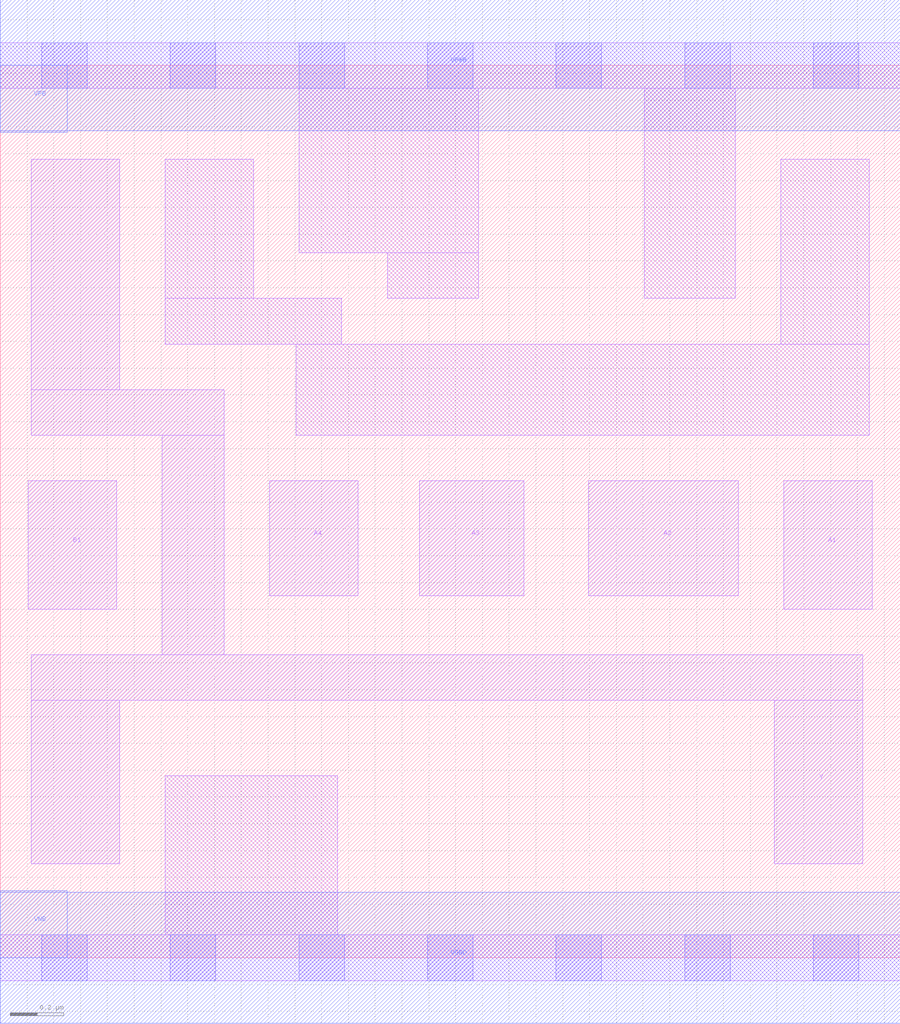
<source format=lef>
# Copyright 2020 The SkyWater PDK Authors
#
# Licensed under the Apache License, Version 2.0 (the "License");
# you may not use this file except in compliance with the License.
# You may obtain a copy of the License at
#
#     https://www.apache.org/licenses/LICENSE-2.0
#
# Unless required by applicable law or agreed to in writing, software
# distributed under the License is distributed on an "AS IS" BASIS,
# WITHOUT WARRANTIES OR CONDITIONS OF ANY KIND, either express or implied.
# See the License for the specific language governing permissions and
# limitations under the License.
#
# SPDX-License-Identifier: Apache-2.0

VERSION 5.5 ;
NAMESCASESENSITIVE ON ;
BUSBITCHARS "[]" ;
DIVIDERCHAR "/" ;
MACRO sky130_fd_sc_hs__a41oi_1
  CLASS CORE ;
  SOURCE USER ;
  ORIGIN  0.000000  0.000000 ;
  SIZE  3.360000 BY  3.330000 ;
  SYMMETRY X Y ;
  SITE unit ;
  PIN A1
    ANTENNAGATEAREA  0.279000 ;
    DIRECTION INPUT ;
    USE SIGNAL ;
    PORT
      LAYER li1 ;
        RECT 2.925000 1.300000 3.255000 1.780000 ;
    END
  END A1
  PIN A2
    ANTENNAGATEAREA  0.279000 ;
    DIRECTION INPUT ;
    USE SIGNAL ;
    PORT
      LAYER li1 ;
        RECT 2.195000 1.350000 2.755000 1.780000 ;
    END
  END A2
  PIN A3
    ANTENNAGATEAREA  0.279000 ;
    DIRECTION INPUT ;
    USE SIGNAL ;
    PORT
      LAYER li1 ;
        RECT 1.565000 1.350000 1.955000 1.780000 ;
    END
  END A3
  PIN A4
    ANTENNAGATEAREA  0.279000 ;
    DIRECTION INPUT ;
    USE SIGNAL ;
    PORT
      LAYER li1 ;
        RECT 1.005000 1.350000 1.335000 1.780000 ;
    END
  END A4
  PIN B1
    ANTENNAGATEAREA  0.279000 ;
    DIRECTION INPUT ;
    USE SIGNAL ;
    PORT
      LAYER li1 ;
        RECT 0.105000 1.300000 0.435000 1.780000 ;
    END
  END B1
  PIN Y
    ANTENNADIFFAREA  0.752200 ;
    DIRECTION OUTPUT ;
    USE SIGNAL ;
    PORT
      LAYER li1 ;
        RECT 0.115000 0.350000 0.445000 0.960000 ;
        RECT 0.115000 0.960000 3.220000 1.130000 ;
        RECT 0.115000 1.950000 0.835000 2.120000 ;
        RECT 0.115000 2.120000 0.445000 2.980000 ;
        RECT 0.605000 1.130000 0.835000 1.950000 ;
        RECT 2.890000 0.350000 3.220000 0.960000 ;
    END
  END Y
  PIN VGND
    DIRECTION INOUT ;
    USE GROUND ;
    PORT
      LAYER met1 ;
        RECT 0.000000 -0.245000 3.360000 0.245000 ;
    END
  END VGND
  PIN VNB
    DIRECTION INOUT ;
    USE GROUND ;
    PORT
    END
  END VNB
  PIN VPB
    DIRECTION INOUT ;
    USE POWER ;
    PORT
    END
  END VPB
  PIN VNB
    DIRECTION INOUT ;
    USE GROUND ;
    PORT
      LAYER met1 ;
        RECT 0.000000 0.000000 0.250000 0.250000 ;
    END
  END VNB
  PIN VPB
    DIRECTION INOUT ;
    USE POWER ;
    PORT
      LAYER met1 ;
        RECT 0.000000 3.080000 0.250000 3.330000 ;
    END
  END VPB
  PIN VPWR
    DIRECTION INOUT ;
    USE POWER ;
    PORT
      LAYER met1 ;
        RECT 0.000000 3.085000 3.360000 3.575000 ;
    END
  END VPWR
  OBS
    LAYER li1 ;
      RECT 0.000000 -0.085000 3.360000 0.085000 ;
      RECT 0.000000  3.245000 3.360000 3.415000 ;
      RECT 0.615000  0.085000 1.260000 0.680000 ;
      RECT 0.615000  2.290000 1.275000 2.460000 ;
      RECT 0.615000  2.460000 0.945000 2.980000 ;
      RECT 1.105000  1.950000 3.245000 2.290000 ;
      RECT 1.115000  2.630000 1.785000 3.245000 ;
      RECT 1.445000  2.460000 1.785000 2.630000 ;
      RECT 2.405000  2.460000 2.745000 3.245000 ;
      RECT 2.915000  2.290000 3.245000 2.980000 ;
    LAYER mcon ;
      RECT 0.155000 -0.085000 0.325000 0.085000 ;
      RECT 0.155000  3.245000 0.325000 3.415000 ;
      RECT 0.635000 -0.085000 0.805000 0.085000 ;
      RECT 0.635000  3.245000 0.805000 3.415000 ;
      RECT 1.115000 -0.085000 1.285000 0.085000 ;
      RECT 1.115000  3.245000 1.285000 3.415000 ;
      RECT 1.595000 -0.085000 1.765000 0.085000 ;
      RECT 1.595000  3.245000 1.765000 3.415000 ;
      RECT 2.075000 -0.085000 2.245000 0.085000 ;
      RECT 2.075000  3.245000 2.245000 3.415000 ;
      RECT 2.555000 -0.085000 2.725000 0.085000 ;
      RECT 2.555000  3.245000 2.725000 3.415000 ;
      RECT 3.035000 -0.085000 3.205000 0.085000 ;
      RECT 3.035000  3.245000 3.205000 3.415000 ;
  END
END sky130_fd_sc_hs__a41oi_1
END LIBRARY

</source>
